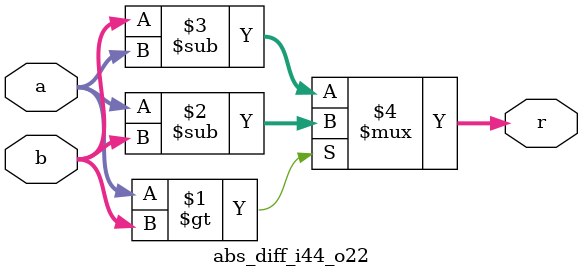
<source format=v>
module abs_diff_i44_o22(a,b,r);
input [21:0] a,b;
output [21:0] r;

assign r = (a>b) ? (a-b) : (b-a);

endmodule

</source>
